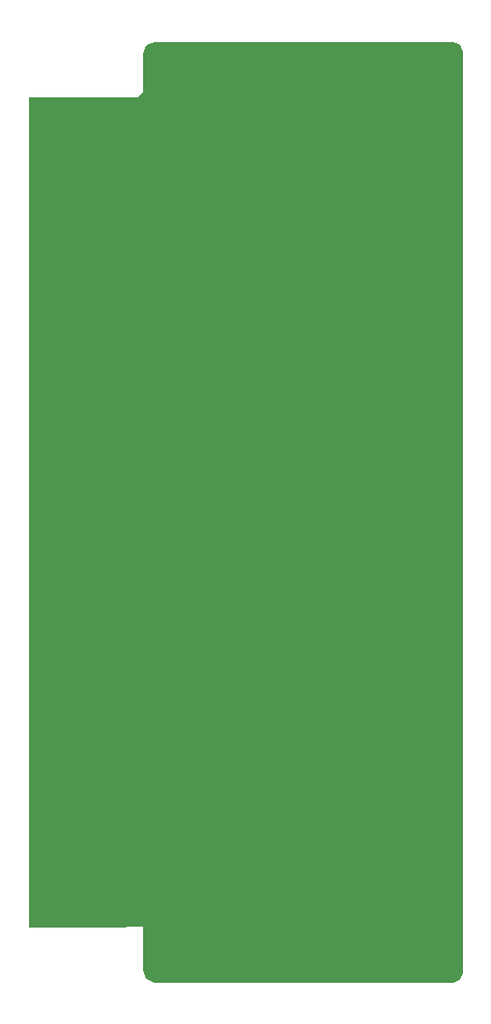
<source format=gbr>
%TF.GenerationSoftware,KiCad,Pcbnew,(6.0.8-1)-1*%
%TF.CreationDate,2022-10-28T23:41:02-05:00*%
%TF.ProjectId,VT105_ATX_DCDC,56543130-355f-4415-9458-5f444344432e,rev?*%
%TF.SameCoordinates,Original*%
%TF.FileFunction,Soldermask,Bot*%
%TF.FilePolarity,Negative*%
%FSLAX46Y46*%
G04 Gerber Fmt 4.6, Leading zero omitted, Abs format (unit mm)*
G04 Created by KiCad (PCBNEW (6.0.8-1)-1) date 2022-10-28 23:41:02*
%MOMM*%
%LPD*%
G01*
G04 APERTURE LIST*
G04 Aperture macros list*
%AMRoundRect*
0 Rectangle with rounded corners*
0 $1 Rounding radius*
0 $2 $3 $4 $5 $6 $7 $8 $9 X,Y pos of 4 corners*
0 Add a 4 corners polygon primitive as box body*
4,1,4,$2,$3,$4,$5,$6,$7,$8,$9,$2,$3,0*
0 Add four circle primitives for the rounded corners*
1,1,$1+$1,$2,$3*
1,1,$1+$1,$4,$5*
1,1,$1+$1,$6,$7*
1,1,$1+$1,$8,$9*
0 Add four rect primitives between the rounded corners*
20,1,$1+$1,$2,$3,$4,$5,0*
20,1,$1+$1,$4,$5,$6,$7,0*
20,1,$1+$1,$6,$7,$8,$9,0*
20,1,$1+$1,$8,$9,$2,$3,0*%
G04 Aperture macros list end*
%ADD10C,0.175000*%
%ADD11C,0.375000*%
%ADD12C,0.120000*%
%ADD13C,1.600000*%
%ADD14C,2.000000*%
%ADD15C,4.203200*%
%ADD16O,4.267200X2.235200*%
%ADD17RoundRect,0.120000X4.980000X1.080000X-4.980000X1.080000X-4.980000X-1.080000X4.980000X-1.080000X0*%
%ADD18C,2.400000*%
%ADD19O,2.400000X2.400000*%
%ADD20C,3.202940*%
%ADD21C,3.101340*%
G04 APERTURE END LIST*
D10*
X74683166Y-63629583D02*
X74216500Y-63629583D01*
X74283166Y-63629583D02*
X74249833Y-63662916D01*
X74216500Y-63729583D01*
X74216500Y-63829583D01*
X74249833Y-63896250D01*
X74316500Y-63929583D01*
X74683166Y-63929583D01*
X74316500Y-63929583D02*
X74249833Y-63962916D01*
X74216500Y-64029583D01*
X74216500Y-64129583D01*
X74249833Y-64196250D01*
X74316500Y-64229583D01*
X74683166Y-64229583D01*
X74683166Y-64862916D02*
X74316500Y-64862916D01*
X74249833Y-64829583D01*
X74216500Y-64762916D01*
X74216500Y-64629583D01*
X74249833Y-64562916D01*
X74649833Y-64862916D02*
X74683166Y-64796250D01*
X74683166Y-64629583D01*
X74649833Y-64562916D01*
X74583166Y-64529583D01*
X74516500Y-64529583D01*
X74449833Y-64562916D01*
X74416500Y-64629583D01*
X74416500Y-64796250D01*
X74383166Y-64862916D01*
X74683166Y-65496250D02*
X73983166Y-65496250D01*
X74649833Y-65496250D02*
X74683166Y-65429583D01*
X74683166Y-65296250D01*
X74649833Y-65229583D01*
X74616500Y-65196250D01*
X74549833Y-65162916D01*
X74349833Y-65162916D01*
X74283166Y-65196250D01*
X74249833Y-65229583D01*
X74216500Y-65296250D01*
X74216500Y-65429583D01*
X74249833Y-65496250D01*
X74649833Y-66096250D02*
X74683166Y-66029583D01*
X74683166Y-65896250D01*
X74649833Y-65829583D01*
X74583166Y-65796250D01*
X74316500Y-65796250D01*
X74249833Y-65829583D01*
X74216500Y-65896250D01*
X74216500Y-66029583D01*
X74249833Y-66096250D01*
X74316500Y-66129583D01*
X74383166Y-66129583D01*
X74449833Y-65796250D01*
X74683166Y-66962916D02*
X73983166Y-66962916D01*
X74249833Y-66962916D02*
X74216500Y-67029583D01*
X74216500Y-67162916D01*
X74249833Y-67229583D01*
X74283166Y-67262916D01*
X74349833Y-67296250D01*
X74549833Y-67296250D01*
X74616500Y-67262916D01*
X74649833Y-67229583D01*
X74683166Y-67162916D01*
X74683166Y-67029583D01*
X74649833Y-66962916D01*
X74216500Y-67529583D02*
X74683166Y-67696250D01*
X74216500Y-67862916D02*
X74683166Y-67696250D01*
X74849833Y-67629583D01*
X74883166Y-67596250D01*
X74916500Y-67529583D01*
X74683166Y-68962916D02*
X73983166Y-68962916D01*
X74649833Y-68962916D02*
X74683166Y-68896250D01*
X74683166Y-68762916D01*
X74649833Y-68696250D01*
X74616500Y-68662916D01*
X74549833Y-68629583D01*
X74349833Y-68629583D01*
X74283166Y-68662916D01*
X74249833Y-68696250D01*
X74216500Y-68762916D01*
X74216500Y-68896250D01*
X74249833Y-68962916D01*
X74649833Y-69562916D02*
X74683166Y-69496250D01*
X74683166Y-69362916D01*
X74649833Y-69296250D01*
X74583166Y-69262916D01*
X74316500Y-69262916D01*
X74249833Y-69296250D01*
X74216500Y-69362916D01*
X74216500Y-69496250D01*
X74249833Y-69562916D01*
X74316500Y-69596250D01*
X74383166Y-69596250D01*
X74449833Y-69262916D01*
X74683166Y-69896250D02*
X74216500Y-69896250D01*
X74349833Y-69896250D02*
X74283166Y-69929583D01*
X74249833Y-69962916D01*
X74216500Y-70029583D01*
X74216500Y-70096250D01*
X74649833Y-70596250D02*
X74683166Y-70529583D01*
X74683166Y-70396250D01*
X74649833Y-70329583D01*
X74583166Y-70296250D01*
X74316500Y-70296250D01*
X74249833Y-70329583D01*
X74216500Y-70396250D01*
X74216500Y-70529583D01*
X74249833Y-70596250D01*
X74316500Y-70629583D01*
X74383166Y-70629583D01*
X74449833Y-70296250D01*
X74683166Y-70929583D02*
X73983166Y-70929583D01*
X74416500Y-70996250D02*
X74683166Y-71196250D01*
X74216500Y-71196250D02*
X74483166Y-70929583D01*
X74683166Y-72329583D02*
X74316500Y-72329583D01*
X74249833Y-72296250D01*
X74216500Y-72229583D01*
X74216500Y-72096250D01*
X74249833Y-72029583D01*
X74649833Y-72329583D02*
X74683166Y-72262916D01*
X74683166Y-72096250D01*
X74649833Y-72029583D01*
X74583166Y-71996250D01*
X74516500Y-71996250D01*
X74449833Y-72029583D01*
X74416500Y-72096250D01*
X74416500Y-72262916D01*
X74383166Y-72329583D01*
X74683166Y-72662916D02*
X74216500Y-72662916D01*
X74349833Y-72662916D02*
X74283166Y-72696250D01*
X74249833Y-72729583D01*
X74216500Y-72796250D01*
X74216500Y-72862916D01*
X74216500Y-73096250D02*
X74683166Y-73096250D01*
X74283166Y-73096250D02*
X74249833Y-73129583D01*
X74216500Y-73196250D01*
X74216500Y-73296250D01*
X74249833Y-73362916D01*
X74316500Y-73396250D01*
X74683166Y-73396250D01*
X74683166Y-73829583D02*
X74649833Y-73762916D01*
X74616500Y-73729583D01*
X74549833Y-73696250D01*
X74349833Y-73696250D01*
X74283166Y-73729583D01*
X74249833Y-73762916D01*
X74216500Y-73829583D01*
X74216500Y-73929583D01*
X74249833Y-73996250D01*
X74283166Y-74029583D01*
X74349833Y-74062916D01*
X74549833Y-74062916D01*
X74616500Y-74029583D01*
X74649833Y-73996250D01*
X74683166Y-73929583D01*
X74683166Y-73829583D01*
X74683166Y-74462916D02*
X74649833Y-74396250D01*
X74583166Y-74362916D01*
X73983166Y-74362916D01*
X74683166Y-75029583D02*
X73983166Y-75029583D01*
X74649833Y-75029583D02*
X74683166Y-74962916D01*
X74683166Y-74829583D01*
X74649833Y-74762916D01*
X74616500Y-74729583D01*
X74549833Y-74696250D01*
X74349833Y-74696250D01*
X74283166Y-74729583D01*
X74249833Y-74762916D01*
X74216500Y-74829583D01*
X74216500Y-74962916D01*
X74249833Y-75029583D01*
X74683166Y-75896250D02*
X74216500Y-75896250D01*
X73983166Y-75896250D02*
X74016500Y-75862916D01*
X74049833Y-75896250D01*
X74016500Y-75929583D01*
X73983166Y-75896250D01*
X74049833Y-75896250D01*
X74216500Y-76229583D02*
X74683166Y-76229583D01*
X74283166Y-76229583D02*
X74249833Y-76262916D01*
X74216500Y-76329583D01*
X74216500Y-76429583D01*
X74249833Y-76496250D01*
X74316500Y-76529583D01*
X74683166Y-76529583D01*
X74049833Y-77362916D02*
X74016500Y-77396250D01*
X73983166Y-77462916D01*
X73983166Y-77629583D01*
X74016500Y-77696250D01*
X74049833Y-77729583D01*
X74116500Y-77762916D01*
X74183166Y-77762916D01*
X74283166Y-77729583D01*
X74683166Y-77329583D01*
X74683166Y-77762916D01*
X73983166Y-78196250D02*
X73983166Y-78262916D01*
X74016500Y-78329583D01*
X74049833Y-78362916D01*
X74116500Y-78396250D01*
X74249833Y-78429583D01*
X74416500Y-78429583D01*
X74549833Y-78396250D01*
X74616500Y-78362916D01*
X74649833Y-78329583D01*
X74683166Y-78262916D01*
X74683166Y-78196250D01*
X74649833Y-78129583D01*
X74616500Y-78096250D01*
X74549833Y-78062916D01*
X74416500Y-78029583D01*
X74249833Y-78029583D01*
X74116500Y-78062916D01*
X74049833Y-78096250D01*
X74016500Y-78129583D01*
X73983166Y-78196250D01*
X74049833Y-78696250D02*
X74016500Y-78729583D01*
X73983166Y-78796250D01*
X73983166Y-78962916D01*
X74016500Y-79029583D01*
X74049833Y-79062916D01*
X74116500Y-79096250D01*
X74183166Y-79096250D01*
X74283166Y-79062916D01*
X74683166Y-78662916D01*
X74683166Y-79096250D01*
X74049833Y-79362916D02*
X74016500Y-79396250D01*
X73983166Y-79462916D01*
X73983166Y-79629583D01*
X74016500Y-79696250D01*
X74049833Y-79729583D01*
X74116500Y-79762916D01*
X74183166Y-79762916D01*
X74283166Y-79729583D01*
X74683166Y-79329583D01*
X74683166Y-79762916D01*
X75810166Y-69229583D02*
X75110166Y-69229583D01*
X75810166Y-69529583D02*
X75443500Y-69529583D01*
X75376833Y-69496250D01*
X75343500Y-69429583D01*
X75343500Y-69329583D01*
X75376833Y-69262916D01*
X75410166Y-69229583D01*
X75343500Y-69762916D02*
X75343500Y-70029583D01*
X75110166Y-69862916D02*
X75710166Y-69862916D01*
X75776833Y-69896250D01*
X75810166Y-69962916D01*
X75810166Y-70029583D01*
X75343500Y-70162916D02*
X75343500Y-70429583D01*
X75110166Y-70262916D02*
X75710166Y-70262916D01*
X75776833Y-70296250D01*
X75810166Y-70362916D01*
X75810166Y-70429583D01*
X75343500Y-70662916D02*
X76043500Y-70662916D01*
X75376833Y-70662916D02*
X75343500Y-70729583D01*
X75343500Y-70862916D01*
X75376833Y-70929583D01*
X75410166Y-70962916D01*
X75476833Y-70996250D01*
X75676833Y-70996250D01*
X75743500Y-70962916D01*
X75776833Y-70929583D01*
X75810166Y-70862916D01*
X75810166Y-70729583D01*
X75776833Y-70662916D01*
X75776833Y-71262916D02*
X75810166Y-71329583D01*
X75810166Y-71462916D01*
X75776833Y-71529583D01*
X75710166Y-71562916D01*
X75676833Y-71562916D01*
X75610166Y-71529583D01*
X75576833Y-71462916D01*
X75576833Y-71362916D01*
X75543500Y-71296250D01*
X75476833Y-71262916D01*
X75443500Y-71262916D01*
X75376833Y-71296250D01*
X75343500Y-71362916D01*
X75343500Y-71462916D01*
X75376833Y-71529583D01*
X75743500Y-71862916D02*
X75776833Y-71896250D01*
X75810166Y-71862916D01*
X75776833Y-71829583D01*
X75743500Y-71862916D01*
X75810166Y-71862916D01*
X75376833Y-71862916D02*
X75410166Y-71896250D01*
X75443500Y-71862916D01*
X75410166Y-71829583D01*
X75376833Y-71862916D01*
X75443500Y-71862916D01*
X75076833Y-72696250D02*
X75976833Y-72096250D01*
X75076833Y-73429583D02*
X75976833Y-72829583D01*
X75343500Y-73562916D02*
X75343500Y-73829583D01*
X75810166Y-73662916D02*
X75210166Y-73662916D01*
X75143500Y-73696250D01*
X75110166Y-73762916D01*
X75110166Y-73829583D01*
X75343500Y-74362916D02*
X75810166Y-74362916D01*
X75343500Y-74062916D02*
X75710166Y-74062916D01*
X75776833Y-74096250D01*
X75810166Y-74162916D01*
X75810166Y-74262916D01*
X75776833Y-74329583D01*
X75743500Y-74362916D01*
X75810166Y-74796250D02*
X75776833Y-74729583D01*
X75710166Y-74696250D01*
X75110166Y-74696250D01*
X75810166Y-75162916D02*
X75776833Y-75096250D01*
X75710166Y-75062916D01*
X75110166Y-75062916D01*
X75776833Y-75696250D02*
X75810166Y-75629583D01*
X75810166Y-75496250D01*
X75776833Y-75429583D01*
X75710166Y-75396250D01*
X75443500Y-75396250D01*
X75376833Y-75429583D01*
X75343500Y-75496250D01*
X75343500Y-75629583D01*
X75376833Y-75696250D01*
X75443500Y-75729583D01*
X75510166Y-75729583D01*
X75576833Y-75396250D01*
X75810166Y-76029583D02*
X75343500Y-76029583D01*
X75410166Y-76029583D02*
X75376833Y-76062916D01*
X75343500Y-76129583D01*
X75343500Y-76229583D01*
X75376833Y-76296250D01*
X75443500Y-76329583D01*
X75810166Y-76329583D01*
X75443500Y-76329583D02*
X75376833Y-76362916D01*
X75343500Y-76429583D01*
X75343500Y-76529583D01*
X75376833Y-76596250D01*
X75443500Y-76629583D01*
X75810166Y-76629583D01*
X75343500Y-76962916D02*
X76043500Y-76962916D01*
X75376833Y-76962916D02*
X75343500Y-77029583D01*
X75343500Y-77162916D01*
X75376833Y-77229583D01*
X75410166Y-77262916D01*
X75476833Y-77296250D01*
X75676833Y-77296250D01*
X75743500Y-77262916D01*
X75776833Y-77229583D01*
X75810166Y-77162916D01*
X75810166Y-77029583D01*
X75776833Y-76962916D01*
X75343500Y-77496250D02*
X75343500Y-77762916D01*
X75110166Y-77596250D02*
X75710166Y-77596250D01*
X75776833Y-77629583D01*
X75810166Y-77696250D01*
X75810166Y-77762916D01*
X75343500Y-77929583D02*
X75810166Y-78096250D01*
X75343500Y-78262916D02*
X75810166Y-78096250D01*
X75976833Y-78029583D01*
X76010166Y-77996250D01*
X76043500Y-77929583D01*
X75743500Y-78529583D02*
X75776833Y-78562916D01*
X75810166Y-78529583D01*
X75776833Y-78496250D01*
X75743500Y-78529583D01*
X75810166Y-78529583D01*
X75776833Y-78829583D02*
X75810166Y-78896250D01*
X75810166Y-79029583D01*
X75776833Y-79096250D01*
X75710166Y-79129583D01*
X75676833Y-79129583D01*
X75610166Y-79096250D01*
X75576833Y-79029583D01*
X75576833Y-78929583D01*
X75543500Y-78862916D01*
X75476833Y-78829583D01*
X75443500Y-78829583D01*
X75376833Y-78862916D01*
X75343500Y-78929583D01*
X75343500Y-79029583D01*
X75376833Y-79096250D01*
X75810166Y-79429583D02*
X75110166Y-79429583D01*
X75810166Y-79729583D02*
X75443500Y-79729583D01*
X75376833Y-79696250D01*
X75343500Y-79629583D01*
X75343500Y-79529583D01*
X75376833Y-79462916D01*
X75410166Y-79429583D01*
D11*
X76648571Y-49886919D02*
X78148571Y-50199419D01*
X76648571Y-50886919D01*
X76648571Y-51172633D02*
X76648571Y-52029776D01*
X78148571Y-51413705D02*
X76648571Y-51601205D01*
X78148571Y-53127991D02*
X78148571Y-52270848D01*
X78148571Y-52699419D02*
X76648571Y-52886919D01*
X76862857Y-52717276D01*
X77005714Y-52556562D01*
X77077142Y-52404776D01*
X76648571Y-54244062D02*
X76648571Y-54386919D01*
X76720000Y-54520848D01*
X76791428Y-54583348D01*
X76934285Y-54636919D01*
X77220000Y-54672633D01*
X77577142Y-54627991D01*
X77862857Y-54520848D01*
X78005714Y-54431562D01*
X78077142Y-54351205D01*
X78148571Y-54199419D01*
X78148571Y-54056562D01*
X78077142Y-53922633D01*
X78005714Y-53860133D01*
X77862857Y-53806562D01*
X77577142Y-53770848D01*
X77220000Y-53815491D01*
X76934285Y-53922633D01*
X76791428Y-54011919D01*
X76720000Y-54092276D01*
X76648571Y-54244062D01*
X76648571Y-55672633D02*
X76648571Y-55815491D01*
X76720000Y-55949419D01*
X76791428Y-56011919D01*
X76934285Y-56065491D01*
X77220000Y-56101205D01*
X77577142Y-56056562D01*
X77862857Y-55949419D01*
X78005714Y-55860133D01*
X78077142Y-55779776D01*
X78148571Y-55627991D01*
X78148571Y-55485133D01*
X78077142Y-55351205D01*
X78005714Y-55288705D01*
X77862857Y-55235133D01*
X77577142Y-55199419D01*
X77220000Y-55244062D01*
X76934285Y-55351205D01*
X76791428Y-55440491D01*
X76720000Y-55520848D01*
X76648571Y-55672633D01*
X77720000Y-57752991D02*
X77720000Y-58467276D01*
X78148571Y-57556562D02*
X76648571Y-58244062D01*
X78148571Y-58556562D01*
X76648571Y-59029776D02*
X76648571Y-59886919D01*
X78148571Y-59270848D02*
X76648571Y-59458348D01*
X76648571Y-60244062D02*
X78148571Y-61056562D01*
X76648571Y-61244062D02*
X78148571Y-60056562D01*
X78148571Y-62770848D02*
X76648571Y-62958348D01*
X76648571Y-63529776D01*
X76720000Y-63663705D01*
X76791428Y-63726205D01*
X76934285Y-63779776D01*
X77148571Y-63752991D01*
X77291428Y-63663705D01*
X77362857Y-63583348D01*
X77434285Y-63431562D01*
X77434285Y-62860133D01*
X76648571Y-64744062D02*
X76648571Y-65029776D01*
X76720000Y-65163705D01*
X76862857Y-65288705D01*
X77148571Y-65324419D01*
X77648571Y-65261919D01*
X77934285Y-65154776D01*
X78077142Y-64994062D01*
X78148571Y-64842276D01*
X78148571Y-64556562D01*
X78077142Y-64422633D01*
X77934285Y-64297633D01*
X77648571Y-64261919D01*
X77148571Y-64324419D01*
X76862857Y-64431562D01*
X76720000Y-64592276D01*
X76648571Y-64744062D01*
X76648571Y-65886919D02*
X78148571Y-66056562D01*
X77077142Y-66476205D01*
X78148571Y-66627991D01*
X76648571Y-67172633D01*
X77362857Y-67654776D02*
X77362857Y-68154776D01*
X78148571Y-68270848D02*
X78148571Y-67556562D01*
X76648571Y-67744062D01*
X76648571Y-68458348D01*
X78148571Y-69770848D02*
X77434285Y-69360133D01*
X78148571Y-68913705D02*
X76648571Y-69101205D01*
X76648571Y-69672633D01*
X76720000Y-69806562D01*
X76791428Y-69869062D01*
X76934285Y-69922633D01*
X77148571Y-69895848D01*
X77291428Y-69806562D01*
X77362857Y-69726205D01*
X77434285Y-69574419D01*
X77434285Y-69002991D01*
X78077142Y-71494062D02*
X78148571Y-71699419D01*
X78148571Y-72056562D01*
X78077142Y-72208348D01*
X78005714Y-72288705D01*
X77862857Y-72377991D01*
X77720000Y-72395848D01*
X77577142Y-72342276D01*
X77505714Y-72279776D01*
X77434285Y-72145848D01*
X77362857Y-71869062D01*
X77291428Y-71735133D01*
X77220000Y-71672633D01*
X77077142Y-71619062D01*
X76934285Y-71636919D01*
X76791428Y-71726205D01*
X76720000Y-71806562D01*
X76648571Y-71958348D01*
X76648571Y-72315491D01*
X76720000Y-72520848D01*
X76648571Y-73172633D02*
X77862857Y-73020848D01*
X78005714Y-73074419D01*
X78077142Y-73136919D01*
X78148571Y-73270848D01*
X78148571Y-73556562D01*
X78077142Y-73708348D01*
X78005714Y-73788705D01*
X77862857Y-73877991D01*
X76648571Y-74029776D01*
X78148571Y-74556562D02*
X76648571Y-74744062D01*
X76648571Y-75315491D01*
X76720000Y-75449419D01*
X76791428Y-75511919D01*
X76934285Y-75565491D01*
X77148571Y-75538705D01*
X77291428Y-75449419D01*
X77362857Y-75369062D01*
X77434285Y-75217276D01*
X77434285Y-74645848D01*
X78148571Y-76056562D02*
X76648571Y-76244062D01*
X76648571Y-76815491D01*
X76720000Y-76949419D01*
X76791428Y-77011919D01*
X76934285Y-77065491D01*
X77148571Y-77038705D01*
X77291428Y-76949419D01*
X77362857Y-76869062D01*
X77434285Y-76717276D01*
X77434285Y-76145848D01*
X78148571Y-78270848D02*
X78148571Y-77556562D01*
X76648571Y-77744062D01*
X77434285Y-79145848D02*
X78148571Y-79056562D01*
X76648571Y-78744062D02*
X77434285Y-79145848D01*
X76648571Y-79744062D01*
%TO.C,U2*%
G36*
X49231000Y-125733000D02*
G01*
X40481000Y-125733000D01*
X40481000Y-50733000D01*
X49231000Y-50733000D01*
X49231000Y-125733000D01*
G37*
D12*
X49231000Y-125733000D02*
X40481000Y-125733000D01*
X40481000Y-50733000D01*
X49231000Y-50733000D01*
X49231000Y-125733000D01*
%TD*%
D13*
%TO.C,C1*%
X58293000Y-103505000D03*
X63293000Y-103505000D03*
%TD*%
D14*
%TO.C,U1*%
X57912000Y-118967000D03*
X60452000Y-118967000D03*
X68072000Y-118967000D03*
X70612000Y-118967000D03*
X73152000Y-118967000D03*
X75692000Y-118967000D03*
%TD*%
D15*
%TO.C,J1*%
X76668000Y-104648000D03*
D16*
X69668000Y-107148000D03*
X69668000Y-102148000D03*
%TD*%
D17*
%TO.C,U2*%
X45931000Y-54233000D03*
X45931000Y-58233000D03*
X45931000Y-62233000D03*
X45931000Y-66233000D03*
X45931000Y-70233000D03*
X45931000Y-74233000D03*
X45931000Y-78233000D03*
X45931000Y-82233000D03*
X45931000Y-86233000D03*
X45931000Y-90233000D03*
X45931000Y-94233000D03*
X45931000Y-98233000D03*
X45931000Y-102233000D03*
X45931000Y-106233000D03*
X45931000Y-110233000D03*
X45931000Y-114233000D03*
X45931000Y-118233000D03*
X45931000Y-122233000D03*
%TD*%
D18*
%TO.C,R1*%
X77494000Y-126238000D03*
D19*
X55094000Y-126238000D03*
%TD*%
D20*
%TO.C,J2*%
X71628000Y-48783240D03*
X71628000Y-94980760D03*
D21*
X64328040Y-48783240D03*
X64328040Y-52984400D03*
X64328040Y-57183020D03*
X64328040Y-61384180D03*
X64328040Y-65582800D03*
X64328040Y-69783960D03*
X64328040Y-73980040D03*
X64328040Y-78181200D03*
X64328040Y-82379820D03*
X64328040Y-86580980D03*
X64328040Y-90779600D03*
X64328040Y-94980760D03*
X58828940Y-48783240D03*
X58828940Y-52984400D03*
X58828940Y-57183020D03*
X58828940Y-61384180D03*
X58828940Y-65582800D03*
X58828940Y-69783960D03*
X58828940Y-73980040D03*
X58828940Y-78181200D03*
X58828940Y-82379820D03*
X58828940Y-86580980D03*
X58828940Y-90779600D03*
X58828940Y-94980760D03*
%TD*%
G36*
X78911945Y-45729591D02*
G01*
X79453782Y-45954027D01*
X79509063Y-45998575D01*
X79521973Y-46022218D01*
X79746409Y-46564055D01*
X79756000Y-46612273D01*
X79756000Y-129917727D01*
X79746409Y-129965945D01*
X79521973Y-130507782D01*
X79477425Y-130563063D01*
X79453782Y-130575973D01*
X78911945Y-130800409D01*
X78863727Y-130810000D01*
X51909076Y-130810000D01*
X51860858Y-130800409D01*
X51165718Y-130512473D01*
X51110437Y-130467925D01*
X51097527Y-130444282D01*
X50809591Y-129749142D01*
X50800000Y-129700924D01*
X50800000Y-125782648D01*
X50792601Y-125757448D01*
X50778585Y-125744029D01*
X50754853Y-125731731D01*
X50697848Y-125732970D01*
X50695111Y-125733000D01*
X41359616Y-125733000D01*
X41311398Y-125723409D01*
X40779218Y-125502973D01*
X40723937Y-125458425D01*
X40711027Y-125434782D01*
X40490591Y-124902602D01*
X40481000Y-124854384D01*
X40481000Y-51611616D01*
X40490591Y-51563398D01*
X40711027Y-51031218D01*
X40755575Y-50975937D01*
X40779218Y-50963027D01*
X41311398Y-50742591D01*
X41359616Y-50733000D01*
X50281885Y-50733000D01*
X50307530Y-50725470D01*
X50787188Y-50245812D01*
X50800000Y-50222350D01*
X50800000Y-46829076D01*
X50809591Y-46780858D01*
X51097527Y-46085718D01*
X51142075Y-46030437D01*
X51165718Y-46017527D01*
X51860858Y-45729591D01*
X51909076Y-45720000D01*
X78863727Y-45720000D01*
X78911945Y-45729591D01*
G37*
M02*

</source>
